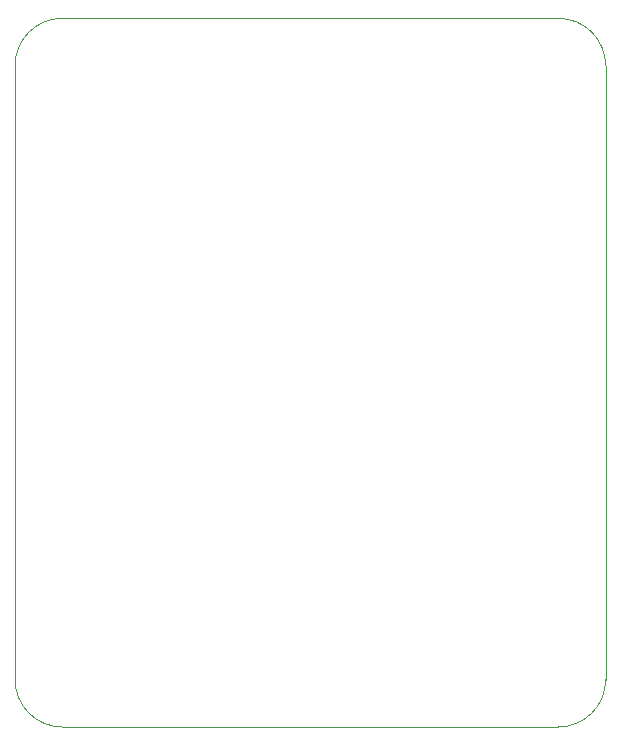
<source format=gm1>
G04 #@! TF.GenerationSoftware,KiCad,Pcbnew,(5.1.8)-1*
G04 #@! TF.CreationDate,2021-03-23T12:55:02+03:00*
G04 #@! TF.ProjectId,uart_key,75617274-5f6b-4657-992e-6b696361645f,rev?*
G04 #@! TF.SameCoordinates,Original*
G04 #@! TF.FileFunction,Profile,NP*
%FSLAX46Y46*%
G04 Gerber Fmt 4.6, Leading zero omitted, Abs format (unit mm)*
G04 Created by KiCad (PCBNEW (5.1.8)-1) date 2021-03-23 12:55:02*
%MOMM*%
%LPD*%
G01*
G04 APERTURE LIST*
G04 #@! TA.AperFunction,Profile*
%ADD10C,0.050000*%
G04 #@! TD*
G04 APERTURE END LIST*
D10*
X22000000Y-76000000D02*
G75*
G02*
X18000000Y-72000000I0J4000000D01*
G01*
X68000000Y-72000000D02*
G75*
G02*
X64000000Y-76000000I-4000000J0D01*
G01*
X64000000Y-16000000D02*
G75*
G02*
X68000000Y-20000000I0J-4000000D01*
G01*
X18000000Y-20000000D02*
G75*
G02*
X22000000Y-16000000I4000000J0D01*
G01*
X68000000Y-20000000D02*
X68000000Y-72000000D01*
X22000000Y-16000000D02*
X64000000Y-16000000D01*
X22000000Y-76000000D02*
X64000000Y-76000000D01*
X18000000Y-20000000D02*
X18000000Y-72000000D01*
M02*

</source>
